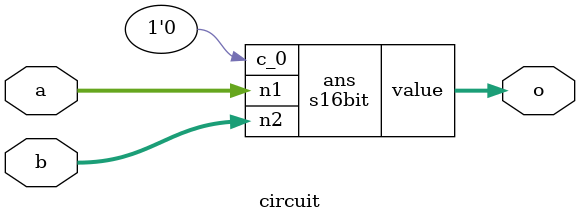
<source format=sv>
module make_PG(output P,G, input [3:0] v1,v2);
  assign P = v2[0] && v2[1] && v2[2] && v2[3];
  assign G = v1[0] && v2[1] && v2[2] && v2[3] 
             || v1[1] && v2[2] && v2[3] 
             || v1[2] && v2[3]
             || v1[3];;
endmodule
// Laczy informacje i tworzy LCC dla calego 16 bitowego addera
module PG_16_bit(output [3:0] P,G, output [15:0] v1,v2,input c_0, input [15:0] n1,n2);
  //Liczy p i g na najnizszym poziomie
  assign v1 = n1 & n2;
  assign v2 = n1 | n2;
  make_PG _1(P[0],G[0],v1[3:0],v2[3:0]);
  make_PG _2(P[1],G[1],v1[7:4],v2[7:4]);
  make_PG _3(P[2],G[2],v1[11:8],v2[11:8]);
  make_PG _4(P[3],G[3],v1[15:12],v2[15:12]);
endmodule
// Dodaje 4 bity dokladnie - full adder
module s4bit(output [3:0] value, input c_0, input [3:0] num1, num2,g,p);
  wire [2:0]c;
  assign value[0] = c_0 ^ num1 [0] ^ num2[0];
  assign c[0] = (p[0] && c_0) || g[0]; 
  assign value[1] = c[0] ^ num1[1] ^ num2[1];
  assign c[1] = (p[0] && p[1] && c_0) || (p[1] && g[0]) || g[1];
  assign value[2] = c[1] ^ num1[2] ^ num2[2];
  assign c[2] = (p[0] && p[1] && p[2] && c_0) ||(g[0] && p[1] && p[2]) || (g[1] && p[2]) 
                || g[2];
  assign value[3] = c[2] ^ num1[3] ^ num2[3];
endmodule
// Dodaje 16 bitów dokladnie - najpierw produkujac wartosci przeniesienia przy pomocy 
// PG_16_bit a potem odpowiednio oblicza poprawna wartos
module s16bit(output [15:0] value, input c_0, input [15:0] n1, n2);
  wire  [15:0] g0,p0;
  wire 	[3:0] g1,p1;
  PG_16_bit predict(p1,g1,g0,p0,c_0,n1,n2); 
  wire 	[2:0] c;
  s4bit first_q(value[3:0],c_0,n1[3:0],n2[3:0],g0[3:0],p0[3:0]);
  assign c[0] = (p1[0] && c_0) || g1[0];
  s4bit second_q(value[7:4],c[0],n1[7:4],n2[7:4],g0[7:4],p0[7:4]);
  assign c[1] = (p1[0] && p1[1] && c_0) || (p1[1] && g1[0]) || g1[1];
  s4bit third_q(value[11:8],c[1],n1[11:8],n2[11:8],g0[11:8],p0[11:8]);
  assign c[2] = (p1[0] && p1[1] && p1[2] && c_0) 
                || (g1[0] && p1[1] && p1[2]) 
                || (g1[1] && p1[2]) 
                || g1[2];
  s4bit fourth_q(value[15:12],c[2],n1[15:12],n2[15:12],g0[15:12],p0[15:12]);
endmodule
// by ladny output by byl
module circuit(output [15:0] o, input [15:0] a,b);
  s16bit ans(o,0,a,b);
endmodule
</source>
